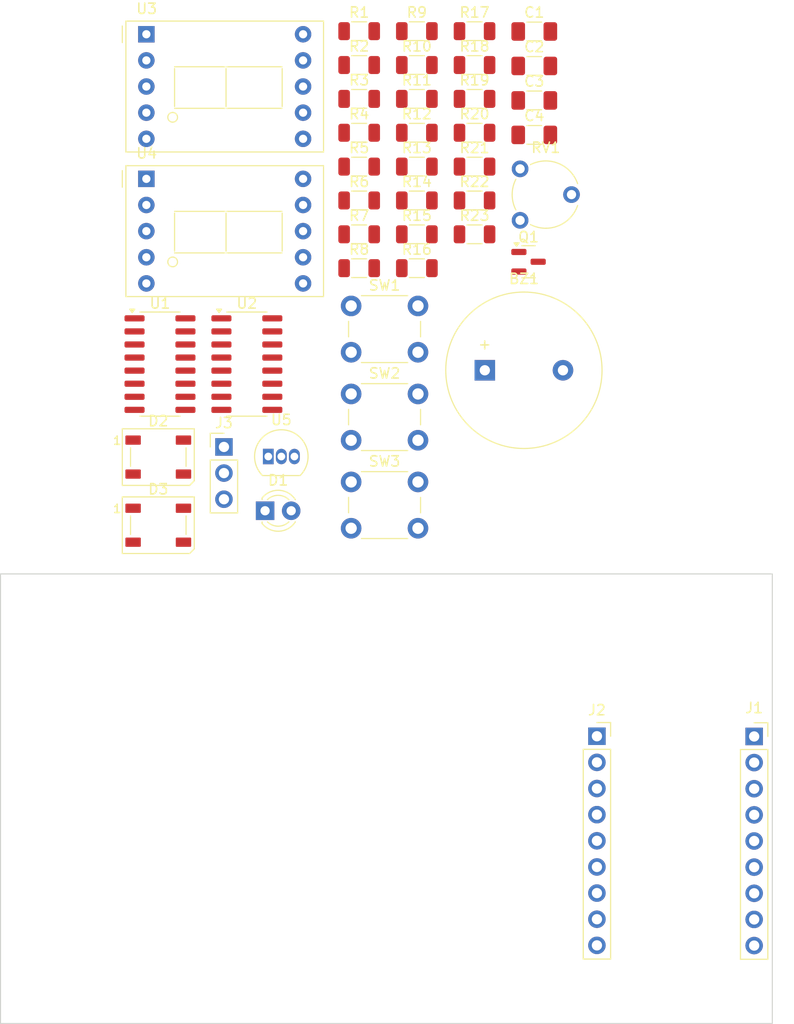
<source format=kicad_pcb>
(kicad_pcb (version 20240108) (generator "pcbnew") (generator_version "8.0")
  (layers (0 "F.Cu" signal) (31 "B.Cu" signal) (34 "B.Paste" user) (35 "F.Paste" user) (36 "B.SilkS" user "B.Silkscreen") (37 "F.SilkS" user "F.Silkscreen") (38 "B.Mask" user) (39 "F.Mask" user) (44 "Edge.Cuts" user))
  (net 0 "")
  (net 1 "Net-(U1-QC)")
  (net 2 "Net-(U3-C)")
  (net 3 "Net-(U2-QF)")
  (net 4 "Net-(U4-F)")
  (net 5 "Net-(U2-QE)")
  (net 6 "Net-(U4-E)")
  (net 7 "Net-(U2-QD)")
  (net 8 "Net-(U4-D)")
  (net 9 "Net-(U2-QC)")
  (net 10 "Net-(U4-C)")
  (net 11 "Net-(U2-QB)")
  (net 12 "Net-(U4-B)")
  (net 13 "Net-(U2-QA)")
  (net 14 "Net-(U4-A)")
  (net 15 "Net-(U1-QH)")
  (net 16 "Net-(U3-DP)")
  (net 17 "Net-(U1-QG)")
  (net 18 "Net-(U3-G)")
  (net 19 "Net-(U1-QF)")
  (net 20 "Net-(U3-F)")
  (net 21 "Net-(U1-QE)")
  (net 22 "Net-(U3-E)")
  (net 23 "Net-(U1-QD)")
  (net 24 "Net-(U3-D)")
  (net 25 "Net-(U1-QB)")
  (net 26 "Net-(U3-B)")
  (net 27 "Net-(U1-QA)")
  (net 28 "Net-(U3-A)")
  (net 29 "/PA4")
  (net 30 "/PF0")
  (net 31 "Net-(D1-A)")
  (net 32 "/PF1")
  (net 33 "/PA0")
  (net 34 "/UART_TX")
  (net 35 "GND")
  (net 36 "Net-(U2-QG)")
  (net 37 "Net-(U4-G)")
  (net 38 "Net-(U2-QH)")
  (net 39 "Net-(U4-DP)")
  (net 40 "Net-(U1-QH')")
  (net 41 "/NRST")
  (net 42 "/PA1")
  (net 43 "+5V")
  (net 45 "/PA6")
  (net 46 "/PB1")
  (net 47 "+3.3V")
  (net 48 "/PA5")
  (net 49 "/PA10")
  (net 50 "/PA7")
  (net 51 "/PA9")
  (net 52 "/UART_RX")
  (net 53 "Net-(BZ1-+)")
  (net 54 "VDD")
  (net 55 "Net-(D2-DOUT)")
  (net 56 "Net-(D3-DOUT)")
  (net 57 "Net-(Q1-B)")
  (footprint "Resistor_SMD:R_1206_3216Metric" (layer "F.Cu") (at 142.74 40.65)
    (property "Reference" "R6" (at 0 -1.82 0) (layer "F.SilkS"))
    (property "Value" "750")
    (fp_line (start -0.727064 -0.91) (end 0.727064 -0.91) (stroke (width 0.12)) (layer "F.SilkS"))
    (fp_line (start -0.727064 0.91) (end 0.727064 0.91) (stroke (width 0.12)) (layer "F.SilkS"))
    (pad "1" smd roundrect (at -1.4625 0) (size 1.125 1.75) (layers "F.Cu" "F.Paste" "F.Mask") (roundrect_rratio 0.222222) (net 17 "Net-(U1-QG)"))
    (pad "2" smd roundrect (at 1.4625 0) (size 1.125 1.75) (layers "F.Cu" "F.Paste" "F.Mask") (roundrect_rratio 0.222222) (net 18 "Net-(U3-G)"))
  )
  (footprint "Resistor_SMD:R_1206_3216Metric" (layer "F.Cu") (at 142.74 30.78)
    (property "Reference" "R3" (at 0 -1.82 0) (layer "F.SilkS"))
    (property "Value" "750")
    (fp_line (start -0.727064 -0.91) (end 0.727064 -0.91) (stroke (width 0.12)) (layer "F.SilkS"))
    (fp_line (start -0.727064 0.91) (end 0.727064 0.91) (stroke (width 0.12)) (layer "F.SilkS"))
    (pad "1" smd roundrect (at -1.4625 0) (size 1.125 1.75) (layers "F.Cu" "F.Paste" "F.Mask") (roundrect_rratio 0.222222) (net 27 "Net-(U1-QA)"))
    (pad "2" smd roundrect (at 1.4625 0) (size 1.125 1.75) (layers "F.Cu" "F.Paste" "F.Mask") (roundrect_rratio 0.222222) (net 28 "Net-(U3-A)"))
  )
  (footprint "Buzzer_Beeper:Buzzer_15x7.5RM7.6" (layer "F.Cu") (at 154.96 57.15)
    (property "Reference" "BZ1" (at 3.81 -8.89 0) (layer "F.SilkS"))
    (property "Value" "Buzzer")
    (fp_circle (center 3.8 0) (end 11.4 0) (stroke (width 0.12)) (fill none) (layer "F.SilkS"))
    (fp_text user "+" (at -0.01 -2.54 0) (layer "F.SilkS"))
    (pad "1" thru_hole rect (at 0 0) (size 2 2) (drill 1) (layers "*.Cu" "*.Mask") (net 54 "VDD"))
    (pad "2" thru_hole circle (at 7.6 0) (size 2 2) (drill 1) (layers "*.Cu" "*.Mask") (net 53 "Net-(BZ1-+)"))
  )
  (footprint "Display_7Segment:D1X8K" (layer "F.Cu") (at 122.045 24.5)
    (property "Reference" "U3" (at 0.03 -2.48 0) (layer "F.SilkS"))
    (property "Value" "D198K")
    (fp_line (start -2.34 -0.8) (end -2.34 0.81) (stroke (width 0.12)) (layer "F.SilkS"))
    (fp_line (start -1.99 -1.28) (end -1.99 11.44) (stroke (width 0.12)) (layer "F.SilkS"))
    (fp_line (start 2.7438 3.3372) (end 2.7438 7.0202) (stroke (width 0.12)) (layer "F.SilkS"))
    (fp_line (start 7.646 3.1594) (end 2.7438 3.1594) (stroke (width 0.12)) (layer "F.SilkS"))
    (fp_line (start 7.646 7.198) (end 2.7438 7.198) (stroke (width 0.12)) (layer "F.SilkS"))
    (fp_line (start 7.7476 3.3372) (end 7.7476 7.0202) (stroke (width 0.12)) (layer "F.SilkS"))
    (fp_line (start 13.1832 3.1594) (end 7.8238 3.1594) (stroke (width 0.12)) (layer "F.SilkS"))
    (fp_line (start 13.1832 7.198) (end 7.8238 7.198) (stroke (width 0.12)) (layer "F.SilkS"))
    (fp_line (start 13.2086 3.3372) (end 13.2086 7.0202) (stroke (width 0.12)) (layer "F.SilkS"))
    (fp_line (start 17.23 -1.28) (end -1.99 -1.28) (stroke (width 0.12)) (layer "F.SilkS"))
    (fp_line (start 17.23 -1.28) (end 17.23 11.44) (stroke (width 0.12)) (layer "F.SilkS"))
    (fp_line (start 17.23 11.44) (end -1.99 11.44) (stroke (width 0.12)) (layer "F.SilkS"))
    (fp_circle (center 2.557533 8.07) (end 2.836933 7.689) (stroke (width 0.12)) (fill none) (layer "F.SilkS"))
    (pad "1" thru_hole rect (at 0 0 270) (size 1.6 1.6) (drill 0.8) (layers "*.Cu" "*.Mask") (net 22 "Net-(U3-E)"))
    (pad "2" thru_hole circle (at 0 2.54 270) (size 1.6 1.6) (drill 0.8) (layers "*.Cu" "*.Mask") (net 24 "Net-(U3-D)"))
    (pad "3" thru_hole circle (at 0 5.08 270) (size 1.6 1.6) (drill 0.8) (layers "*.Cu" "*.Mask") (net 35 "GND"))
    (pad "4" thru_hole circle (at 0 7.62 270) (size 1.6 1.6) (drill 0.8) (layers "*.Cu" "*.Mask") (net 2 "Net-(U3-C)"))
    (pad "5" thru_hole circle (at 0 10.16 270) (size 1.6 1.6) (drill 0.8) (layers "*.Cu" "*.Mask") (net 16 "Net-(U3-DP)"))
    (pad "6" thru_hole circle (at 15.24 10.16 270) (size 1.6 1.6) (drill 0.8) (layers "*.Cu" "*.Mask") (net 26 "Net-(U3-B)"))
    (pad "7" thru_hole circle (at 15.24 7.62 270) (size 1.6 1.6) (drill 0.8) (layers "*.Cu" "*.Mask") (net 28 "Net-(U3-A)"))
    (pad "8" thru_hole circle (at 15.24 5.08 270) (size 1.6 1.6) (drill 0.8) (layers "*.Cu" "*.Mask") (net 35 "GND"))
    (pad "9" thru_hole circle (at 15.24 2.54 270) (size 1.6 1.6) (drill 0.8) (layers "*.Cu" "*.Mask") (net 20 "Net-(U3-F)"))
    (pad "10" thru_hole circle (at 15.24 0 270) (size 1.6 1.6) (drill 0.8) (layers "*.Cu" "*.Mask") (net 18 "Net-(U3-G)"))
  )
  (footprint "Connector_PinSocket_2.54mm:PinSocket_1x09_P2.54mm_Vertical" (layer "F.Cu") (at 181.152 92.73)
    (property "Reference" "J1" (at 0 -2.77 0) (layer "F.SilkS"))
    (property "Value" "Connector")
    (fp_line (start -1.33 1.27) (end -1.33 21.65) (stroke (width 0.12)) (layer "F.SilkS"))
    (fp_line (start -1.33 1.27) (end 1.33 1.27) (stroke (width 0.12)) (layer "F.SilkS"))
    (fp_line (start -1.33 21.65) (end 1.33 21.65) (stroke (width 0.12)) (layer "F.SilkS"))
    (fp_line (start 0 -1.33) (end 1.33 -1.33) (stroke (width 0.12)) (layer "F.SilkS"))
    (fp_line (start 1.33 -1.33) (end 1.33 0) (stroke (width 0.12)) (layer "F.SilkS"))
    (fp_line (start 1.33 1.27) (end 1.33 21.65) (stroke (width 0.12)) (layer "F.SilkS"))
    (pad "1" thru_hole rect (at 0 0) (size 1.7 1.7) (drill 1) (layers "*.Cu" "*.Mask") (net 43 "+5V"))
    (pad "2" thru_hole oval (at 0 2.54) (size 1.7 1.7) (drill 1) (layers "*.Cu" "*.Mask") (net 30 "/PF0"))
    (pad "3" thru_hole oval (at 0 5.08) (size 1.7 1.7) (drill 1) (layers "*.Cu" "*.Mask") (net 32 "/PF1"))
    (pad "4" thru_hole oval (at 0 7.62) (size 1.7 1.7) (drill 1) (layers "*.Cu" "*.Mask") (net 41 "/NRST"))
    (pad "5" thru_hole oval (at 0 10.16) (size 1.7 1.7) (drill 1) (layers "*.Cu" "*.Mask") (net 33 "/PA0"))
    (pad "6" thru_hole oval (at 0 12.7) (size 1.7 1.7) (drill 1) (layers "*.Cu" "*.Mask") (net 42 "/PA1"))
    (pad "7" thru_hole oval (at 0 15.24) (size 1.7 1.7) (drill 1) (layers "*.Cu" "*.Mask") (net 34 "/UART_TX"))
    (pad "8" thru_hole oval (at 0 17.78) (size 1.7 1.7) (drill 1) (layers "*.Cu" "*.Mask") (net 29 "/PA4"))
    (pad "9" thru_hole oval (at 0 20.32) (size 1.7 1.7) (drill 1) (layers "*.Cu" "*.Mask") (net 35 "GND"))
  )
  (footprint "Package_TO_SOT_THT:TO-92_Inline" (layer "F.Cu") (at 133.9 65.53)
    (property "Reference" "U5" (at 1.27 -3.56 0) (layer "F.SilkS"))
    (property "Value" "DS18B20")
    (fp_line (start -0.53 1.85) (end 3.07 1.85) (stroke (width 0.12)) (layer "F.SilkS"))
    (fp_arc (start -0.568478 1.838478) (mid -1.132087 -0.994977) (end 1.27 -2.6) (stroke (width 0.12)) (layer "F.SilkS"))
    (fp_arc (start 1.27 -2.6) (mid 3.672087 -0.994977) (end 3.108478 1.838478) (stroke (width 0.12)) (layer "F.SilkS"))
    (pad "1" thru_hole rect (at 0 0) (size 1.05 1.5) (drill 0.75) (layers "*.Cu" "*.Mask") (net 35 "GND"))
    (pad "2" thru_hole oval (at 1.27 0) (size 1.05 1.5) (drill 0.75) (layers "*.Cu" "*.Mask") (net 32 "/PF1"))
    (pad "3" thru_hole oval (at 2.54 0) (size 1.05 1.5) (drill 0.75) (layers "*.Cu" "*.Mask") (net 47 "+3.3V"))
  )
  (footprint "Capacitor_SMD:C_1206_3216Metric_Pad1.33x1.80mm_HandSolder" (layer "F.Cu") (at 159.77 27.58)
    (property "Reference" "C2" (at 0 -1.85 0) (layer "F.SilkS"))
    (property "Value" "100n")
    (fp_line (start -0.711252 -0.91) (end 0.711252 -0.91) (stroke (width 0.12)) (layer "F.SilkS"))
    (fp_line (start -0.711252 0.91) (end 0.711252 0.91) (stroke (width 0.12)) (layer "F.SilkS"))
    (pad "1" smd roundrect (at -1.5625 0) (size 1.325 1.8) (layers "F.Cu" "F.Paste" "F.Mask") (roundrect_rratio 0.188679) (net 47 "+3.3V"))
    (pad "2" smd roundrect (at 1.5625 0) (size 1.325 1.8) (layers "F.Cu" "F.Paste" "F.Mask") (roundrect_rratio 0.188679) (net 35 "GND"))
  )
  (footprint "Package_TO_SOT_SMD:SOT-23" (layer "F.Cu") (at 159.21 46.605)
    (property "Reference" "Q1" (at 0 -2.4 0) (layer "F.SilkS"))
    (property "Value" "MMBT3904")
    (fp_line (start 0 -1.56) (end -0.65 -1.56) (stroke (width 0.12)) (layer "F.SilkS"))
    (fp_line (start 0 -1.56) (end 0.65 -1.56) (stroke (width 0.12)) (layer "F.SilkS"))
    (fp_line (start 0 1.56) (end -0.65 1.56) (stroke (width 0.12)) (layer "F.SilkS"))
    (fp_line (start 0 1.56) (end 0.65 1.56) (stroke (width 0.12)) (layer "F.SilkS"))
    (fp_poly (pts (xy -1.1625 -1.51) (xy -1.4025 -1.84) (xy -0.9225 -1.84) (xy -1.1625 -1.51)) (stroke (width 0.12)) (fill solid) (layer "F.SilkS"))
    (pad "1" smd roundrect (at -0.9375 -0.95) (size 1.475 0.6) (layers "F.Cu" "F.Paste" "F.Mask") (net 57 "Net-(Q1-B)"))
    (pad "2" smd roundrect (at -0.9375 0.95) (size 1.475 0.6) (layers "F.Cu" "F.Paste" "F.Mask") (net 35 "GND"))
    (pad "3" smd roundrect (at 0.9375 0) (size 1.475 0.6) (layers "F.Cu" "F.Paste" "F.Mask") (net 53 "Net-(BZ1-+)"))
  )
  (footprint "Resistor_SMD:R_1206_3216Metric" (layer "F.Cu") (at 153.96 37.36)
    (property "Reference" "R21" (at 0 -1.82 0) (layer "F.SilkS"))
    (property "Value" "1k")
    (fp_line (start -0.727064 -0.91) (end 0.727064 -0.91) (stroke (width 0.12)) (layer "F.SilkS"))
    (fp_line (start -0.727064 0.91) (end 0.727064 0.91) (stroke (width 0.12)) (layer "F.SilkS"))
    (pad "1" smd roundrect (at -1.4625 0) (size 1.125 1.75) (layers "F.Cu" "F.Paste" "F.Mask") (roundrect_rratio 0.222222) (net 57 "Net-(Q1-B)"))
    (pad "2" smd roundrect (at 1.4625 0) (size 1.125 1.75) (layers "F.Cu" "F.Paste" "F.Mask") (roundrect_rratio 0.222222) (net 45 "/PA6"))
  )
  (footprint "Resistor_SMD:R_1206_3216Metric" (layer "F.Cu") (at 148.35 24.2)
    (property "Reference" "R9" (at 0 -1.82 0) (layer "F.SilkS"))
    (property "Value" "750")
    (fp_line (start -0.727064 -0.91) (end 0.727064 -0.91) (stroke (width 0.12)) (layer "F.SilkS"))
    (fp_line (start -0.727064 0.91) (end 0.727064 0.91) (stroke (width 0.12)) (layer "F.SilkS"))
    (pad "1" smd roundrect (at -1.4625 0) (size 1.125 1.75) (layers "F.Cu" "F.Paste" "F.Mask") (roundrect_rratio 0.222222) (net 5 "Net-(U2-QE)"))
    (pad "2" smd roundrect (at 1.4625 0) (size 1.125 1.75) (layers "F.Cu" "F.Paste" "F.Mask") (roundrect_rratio 0.222222) (net 6 "Net-(U4-E)"))
  )
  (footprint "Connector_PinHeader_2.54mm:PinHeader_1x03_P2.54mm_Vertical" (layer "F.Cu") (at 129.59 64.6)
    (property "Reference" "J3" (at 0 -2.33 0) (layer "F.SilkS"))
    (property "Value" "Ext. LEDs")
    (fp_line (start -1.33 -1.33) (end 0 -1.33) (stroke (width 0.12)) (layer "F.SilkS"))
    (fp_line (start -1.33 0) (end -1.33 -1.33) (stroke (width 0.12)) (layer "F.SilkS"))
    (fp_line (start -1.33 1.27) (end -1.33 6.41) (stroke (width 0.12)) (layer "F.SilkS"))
    (fp_line (start -1.33 1.27) (end 1.33 1.27) (stroke (width 0.12)) (layer "F.SilkS"))
    (fp_line (start -1.33 6.41) (end 1.33 6.41) (stroke (width 0.12)) (layer "F.SilkS"))
    (fp_line (start 1.33 1.27) (end 1.33 6.41) (stroke (width 0.12)) (layer "F.SilkS"))
    (pad "1" thru_hole rect (at 0 0) (size 1.7 1.7) (drill 1) (layers "*.Cu" "*.Mask") (net 43 "+5V"))
    (pad "2" thru_hole oval (at 0 2.54) (size 1.7 1.7) (drill 1) (layers "*.Cu" "*.Mask") (net 56 "Net-(D3-DOUT)"))
    (pad "3" thru_hole oval (at 0 5.08) (size 1.7 1.7) (drill 1) (layers "*.Cu" "*.Mask") (net 35 "GND"))
  )
  (footprint "Resistor_SMD:R_1206_3216Metric" (layer "F.Cu") (at 142.74 37.36)
    (property "Reference" "R5" (at 0 -1.82 0) (layer "F.SilkS"))
    (property "Value" "750")
    (fp_line (start -0.727064 -0.91) (end 0.727064 -0.91) (stroke (width 0.12)) (layer "F.SilkS"))
    (fp_line (start -0.727064 0.91) (end 0.727064 0.91) (stroke (width 0.12)) (layer "F.SilkS"))
    (pad "1" smd roundrect (at -1.4625 0) (size 1.125 1.75) (layers "F.Cu" "F.Paste" "F.Mask") (roundrect_rratio 0.222222) (net 21 "Net-(U1-QE)"))
    (pad "2" smd roundrect (at 1.4625 0) (size 1.125 1.75) (layers "F.Cu" "F.Paste" "F.Mask") (roundrect_rratio 0.222222) (net 22 "Net-(U3-E)"))
  )
  (footprint "Button_Switch_THT:SW_PUSH_6mm" (layer "F.Cu") (at 141.96 59.45)
    (property "Reference" "SW2" (at 3.25 -2 0) (layer "F.SilkS"))
    (property "Value" "SW_Push")
    (fp_line (start -0.25 1.5) (end -0.25 3) (stroke (width 0.12)) (layer "F.SilkS"))
    (fp_line (start 1 5.5) (end 5.5 5.5) (stroke (width 0.12)) (layer "F.SilkS"))
    (fp_line (start 5.5 -1) (end 1 -1) (stroke (width 0.12)) (layer "F.SilkS"))
    (fp_line (start 6.75 3) (end 6.75 1.5) (stroke (width 0.12)) (layer "F.SilkS"))
    (pad "1" thru_hole circle (at 0 0 90) (size 2 2) (drill 1.1) (layers "*.Cu" "*.Mask") (net 51 "/PA9"))
    (pad "1" thru_hole circle (at 6.5 0 90) (size 2 2) (drill 1.1) (layers "*.Cu" "*.Mask") (net 51 "/PA9"))
    (pad "2" thru_hole circle (at 0 4.5 90) (size 2 2) (drill 1.1) (layers "*.Cu" "*.Mask") (net 35 "GND"))
    (pad "2" thru_hole circle (at 6.5 4.5 90) (size 2 2) (drill 1.1) (layers "*.Cu" "*.Mask") (net 35 "GND"))
  )
  (footprint "LED_SMD:LED_WS2812B_PLCC4_5.0x5.0mm_P3.2mm" (layer "F.Cu") (at 123.205 65.585)
    (property "Reference" "D2" (at 0 -3.5 0) (layer "F.SilkS"))
    (property "Value" "WS2812B")
    (fp_line (start -3.5 -2.75) (end -3.5 2.75) (stroke (width 0.12)) (layer "F.SilkS"))
    (fp_line (start -3.5 -2.75) (end 3.5 -2.75) (stroke (width 0.12)) (layer "F.SilkS"))
    (fp_line (start -3.5 2.75) (end 3.05 2.75) (stroke (width 0.12)) (layer "F.SilkS"))
    (fp_line (start -2.7 0.9) (end -2.7 -0.9) (stroke (width 0.12)) (layer "F.SilkS"))
    (fp_line (start 2.7 0.9) (end 2.7 -0.9) (stroke (width 0.12)) (layer "F.SilkS"))
    (fp_line (start 3.05 2.75) (end 3.5 2.3) (stroke (width 0.12)) (layer "F.SilkS"))
    (fp_line (start 3.5 2.3) (end 3.5 -2.75) (stroke (width 0.12)) (layer "F.SilkS"))
    (fp_text user "1" (at -4 -1.6 0) (layer "F.SilkS") (effects (font (size 0.8 0.8))))
    (pad "1" smd roundrect (at -2.45 -1.65) (size 1.5 0.9) (layers "F.Cu" "F.Paste" "F.Mask") (roundrect_rratio 0.1) (net 43 "+5V"))
    (pad "2" smd roundrect (at -2.45 1.65) (size 1.5 0.9) (layers "F.Cu" "F.Paste" "F.Mask") (roundrect_rratio 0.1) (net 55 "Net-(D2-DOUT)"))
    (pad "3" smd roundrect (at 2.45 1.65) (size 1.5 0.9) (layers "F.Cu" "F.Paste" "F.Mask") (roundrect_rratio 0.1) (net 35 "GND"))
    (pad "4" smd roundrect (at 2.45 -1.65) (size 1.5 0.9) (layers "F.Cu" "F.Paste" "F.Mask") (roundrect_rratio 0.1) (net 46 "/PB1"))
  )
  (footprint "LED_SMD:LED_WS2812B_PLCC4_5.0x5.0mm_P3.2mm" (layer "F.Cu") (at 123.205 72.205)
    (property "Reference" "D3" (at 0 -3.5 0) (layer "F.SilkS"))
    (property "Value" "WS2812B")
    (fp_line (start -3.5 -2.75) (end -3.5 2.75) (stroke (width 0.12)) (layer "F.SilkS"))
    (fp_line (start -3.5 -2.75) (end 3.5 -2.75) (stroke (width 0.12)) (layer "F.SilkS"))
    (fp_line (start -3.5 2.75) (end 3.05 2.75) (stroke (width 0.12)) (layer "F.SilkS"))
    (fp_line (start -2.7 0.9) (end -2.7 -0.9) (stroke (width 0.12)) (layer "F.SilkS"))
    (fp_line (start 2.7 0.9) (end 2.7 -0.9) (stroke (width 0.12)) (layer "F.SilkS"))
    (fp_line (start 3.05 2.75) (end 3.5 2.3) (stroke (width 0.12)) (layer "F.SilkS"))
    (fp_line (start 3.5 2.3) (end 3.5 -2.75) (stroke (width 0.12)) (layer "F.SilkS"))
    (fp_text user "1" (at -4 -1.6 0) (layer "F.SilkS") (effects (font (size 0.8 0.8))))
    (pad "1" smd roundrect (at -2.45 -1.65) (size 1.5 0.9) (layers "F.Cu" "F.Paste" "F.Mask") (roundrect_rratio 0.1) (net 43 "+5V"))
    (pad "2" smd roundrect (at -2.45 1.65) (size 1.5 0.9) (layers "F.Cu" "F.Paste" "F.Mask") (roundrect_rratio 0.1) (net 56 "Net-(D3-DOUT)"))
    (pad "3" smd roundrect (at 2.45 1.65) (size 1.5 0.9) (layers "F.Cu" "F.Paste" "F.Mask") (roundrect_rratio 0.1) (net 35 "GND"))
    (pad "4" smd roundrect (at 2.45 -1.65) (size 1.5 0.9) (layers "F.Cu" "F.Paste" "F.Mask") (roundrect_rratio 0.1) (net 55 "Net-(D2-DOUT)"))
  )
  (footprint "Resistor_SMD:R_1206_3216Metric" (layer "F.Cu") (at 148.35 30.78)
    (property "Reference" "R11" (at 0 -1.82 0) (layer "F.SilkS"))
    (property "Value" "750")
    (fp_line (start -0.727064 -0.91) (end 0.727064 -0.91) (stroke (width 0.12)) (layer "F.SilkS"))
    (fp_line (start -0.727064 0.91) (end 0.727064 0.91) (stroke (width 0.12)) (layer "F.SilkS"))
    (pad "1" smd roundrect (at -1.4625 0) (size 1.125 1.75) (layers "F.Cu" "F.Paste" "F.Mask") (roundrect_rratio 0.222222) (net 25 "Net-(U1-QB)"))
    (pad "2" smd roundrect (at 1.4625 0) (size 1.125 1.75) (layers "F.Cu" "F.Paste" "F.Mask") (roundrect_rratio 0.222222) (net 26 "Net-(U3-B)"))
  )
  (footprint "Button_Switch_THT:SW_PUSH_6mm" (layer "F.Cu") (at 141.96 68)
    (property "Reference" "SW3" (at 3.25 -2 0) (layer "F.SilkS"))
    (property "Value" "SW_Push")
    (fp_line (start -0.25 1.5) (end -0.25 3) (stroke (width 0.12)) (layer "F.SilkS"))
    (fp_line (start 1 5.5) (end 5.5 5.5) (stroke (width 0.12)) (layer "F.SilkS"))
    (fp_line (start 5.5 -1) (end 1 -1) (stroke (width 0.12)) (layer "F.SilkS"))
    (fp_line (start 6.75 3) (end 6.75 1.5) (stroke (width 0.12)) (layer "F.SilkS"))
    (pad "1" thru_hole circle (at 0 0 90) (size 2 2) (drill 1.1) (layers "*.Cu" "*.Mask") (net 30 "/PF0"))
    (pad "1" thru_hole circle (at 6.5 0 90) (size 2 2) (drill 1.1) (layers "*.Cu" "*.Mask") (net 30 "/PF0"))
    (pad "2" thru_hole circle (at 0 4.5 90) (size 2 2) (drill 1.1) (layers "*.Cu" "*.Mask") (net 35 "GND"))
    (pad "2" thru_hole circle (at 6.5 4.5 90) (size 2 2) (drill 1.1) (layers "*.Cu" "*.Mask") (net 35 "GND"))
  )
  (footprint "Display_7Segment:D1X8K" (layer "F.Cu") (at 122.045 38.55)
    (property "Reference" "U4" (at 0.03 -2.48 0) (layer "F.SilkS"))
    (property "Value" "D198K")
    (fp_line (start -2.34 -0.8) (end -2.34 0.81) (stroke (width 0.12)) (layer "F.SilkS"))
    (fp_line (start -1.99 -1.28) (end -1.99 11.44) (stroke (width 0.12)) (layer "F.SilkS"))
    (fp_line (start 2.7438 3.3372) (end 2.7438 7.0202) (stroke (width 0.12)) (layer "F.SilkS"))
    (fp_line (start 7.646 3.1594) (end 2.7438 3.1594) (stroke (width 0.12)) (layer "F.SilkS"))
    (fp_line (start 7.646 7.198) (end 2.7438 7.198) (stroke (width 0.12)) (layer "F.SilkS"))
    (fp_line (start 7.7476 3.3372) (end 7.7476 7.0202) (stroke (width 0.12)) (layer "F.SilkS"))
    (fp_line (start 13.1832 3.1594) (end 7.8238 3.1594) (stroke (width 0.12)) (layer "F.SilkS"))
    (fp_line (start 13.1832 7.198) (end 7.8238 7.198) (stroke (width 0.12)) (layer "F.SilkS"))
    (fp_line (start 13.2086 3.3372) (end 13.2086 7.0202) (stroke (width 0.12)) (layer "F.SilkS"))
    (fp_line (start 17.23 -1.28) (end -1.99 -1.28) (stroke (width 0.12)) (layer "F.SilkS"))
    (fp_line (start 17.23 -1.28) (end 17.23 11.44) (stroke (width 0.12)) (layer "F.SilkS"))
    (fp_line (start 17.23 11.44) (end -1.99 11.44) (stroke (width 0.12)) (layer "F.SilkS"))
    (fp_circle (center 2.557533 8.07) (end 2.836933 7.689) (stroke (width 0.12)) (fill none) (layer "F.SilkS"))
    (pad "1" thru_hole rect (at 0 0 270) (size 1.6 1.6) (drill 0.8) (layers "*.Cu" "*.Mask") (net 6 "Net-(U4-E)"))
    (pad "2" thru_hole circle (at 0 2.54 270) (size 1.6 1.6) (drill 0.8) (layers "*.Cu" "*.Mask") (net 8 "Net-(U4-D)"))
    (pad "3" thru_hole circle (at 0 5.08 270) (size 1.6 1.6) (drill 0.8) (layers "*.Cu" "*.Mask") (net 35 "GND"))
    (pad "4" thru_hole circle (at 0 7.62 270) (size 1.6 1.6) (drill 0.8) (layers "*.Cu" "*.Mask") (net 10 "Net-(U4-C)"))
    (pad "5" thru_hole circle (at 0 10.16 270) (size 1.6 1.6) (drill 0.8) (layers "*.Cu" "*.Mask") (net 39 "Net-(U4-DP)"))
    (pad "6" thru_hole circle (at 15.24 10.16 270) (size 1.6 1.6) (drill 0.8) (layers "*.Cu" "*.Mask") (net 12 "Net-(U4-B)"))
    (pad "7" thru_hole circle (at 15.24 7.62 270) (size 1.6 1.6) (drill 0.8) (layers "*.Cu" "*.Mask") (net 14 "Net-(U4-A)"))
    (pad "8" thru_hole circle (at 15.24 5.08 270) (size 1.6 1.6) (drill 0.8) (layers "*.Cu" "*.Mask") (net 35 "GND"))
    (pad "9" thru_hole circle (at 15.24 2.54 270) (size 1.6 1.6) (drill 0.8) (layers "*.Cu" "*.Mask") (net 4 "Net-(U4-F)"))
    (pad "10" thru_hole circle (at 15.24 0 270) (size 1.6 1.6) (drill 0.8) (layers "*.Cu" "*.Mask") (net 37 "Net-(U4-G)"))
  )
  (footprint "Resistor_SMD:R_1206_3216Metric" (layer "F.Cu") (at 153.96 30.78)
    (property "Reference" "R19" (at 0 -1.82 0) (layer "F.SilkS"))
    (property "Value" "10k")
    (fp_line (start -0.727064 -0.91) (end 0.727064 -0.91) (stroke (width 0.12)) (layer "F.SilkS"))
    (fp_line (start -0.727064 0.91) (end 0.727064 0.91) (stroke (width 0.12)) (layer "F.SilkS"))
    (pad "1" smd roundrect (at -1.4625 0) (size 1.125 1.75) (layers "F.Cu" "F.Paste" "F.Mask") (roundrect_rratio 0.222222) (net 47 "+3.3V"))
    (pad "2" smd roundrect (at 1.4625 0) (size 1.125 1.75) (layers "F.Cu" "F.Paste" "F.Mask") (roundrect_rratio 0.222222) (net 30 "/PF0"))
  )
  (footprint "Capacitor_SMD:C_1206_3216Metric_Pad1.33x1.80mm_HandSolder" (layer "F.Cu") (at 159.77 30.93)
    (property "Reference" "C3" (at 0 -1.85 0) (layer "F.SilkS"))
    (property "Value" "100n")
    (fp_line (start -0.711252 -0.91) (end 0.711252 -0.91) (stroke (width 0.12)) (layer "F.SilkS"))
    (fp_line (start -0.711252 0.91) (end 0.711252 0.91) (stroke (width 0.12)) (layer "F.SilkS"))
    (pad "1" smd roundrect (at -1.5625 0) (size 1.325 1.8) (layers "F.Cu" "F.Paste" "F.Mask") (roundrect_rratio 0.188679) (net 43 "+5V"))
    (pad "2" smd roundrect (at 1.5625 0) (size 1.325 1.8) (layers "F.Cu" "F.Paste" "F.Mask") (roundrect_rratio 0.188679) (net 35 "GND"))
  )
  (footprint "Package_SO:SOIC-16_3.9x9.9mm_P1.27mm" (layer "F.Cu") (at 131.82 56.55)
    (property "Reference" "U2" (at 0 -5.9 0) (layer "F.SilkS"))
    (property "Value" "74HC595")
    (fp_line (start 0 -5.06) (end -1.95 -5.06) (stroke (width 0.12)) (layer "F.SilkS"))
    (fp_line (start 0 -5.06) (end 1.95 -5.06) (stroke (width 0.12)) (layer "F.SilkS"))
    (fp_line (start 0 5.06) (end -1.95 5.06) (stroke (width 0.12)) (layer "F.SilkS"))
    (fp_line (start 0 5.06) (end 1.95 5.06) (stroke (width 0.12)) (layer "F.SilkS"))
    (fp_poly (pts (xy -2.7 -5.005) (xy -2.94 -5.335) (xy -2.46 -5.335) (xy -2.7 -5.005)) (stroke (width 0.12)) (fill solid) (layer "F.SilkS"))
    (pad "1" smd roundrect (at -2.475 -4.445) (size 1.95 0.6) (layers "F.Cu" "F.Paste" "F.Mask") (net 11 "Net-(U2-QB)"))
    (pad "2" smd roundrect (at -2.475 -3.175) (size 1.95 0.6) (layers "F.Cu" "F.Paste" "F.Mask") (net 9 "Net-(U2-QC)"))
    (pad "3" smd roundrect (at -2.475 -1.905) (size 1.95 0.6) (layers "F.Cu" "F.Paste" "F.Mask") (net 7 "Net-(U2-QD)"))
    (pad "4" smd roundrect (at -2.475 -0.635) (size 1.95 0.6) (layers "F.Cu" "F.Paste" "F.Mask") (net 5 "Net-(U2-QE)"))
    (pad "5" smd roundrect (at -2.475 0.635) (size 1.95 0.6) (layers "F.Cu" "F.Paste" "F.Mask") (net 3 "Net-(U2-QF)"))
    (pad "6" smd roundrect (at -2.475 1.905) (size 1.95 0.6) (layers "F.Cu" "F.Paste" "F.Mask") (net 36 "Net-(U2-QG)"))
    (pad "7" smd roundrect (at -2.475 3.175) (size 1.95 0.6) (layers "F.Cu" "F.Paste" "F.Mask") (net 38 "Net-(U2-QH)"))
    (pad "8" smd roundrect (at -2.475 4.445) (size 1.95 0.6) (layers "F.Cu" "F.Paste" "F.Mask") (net 35 "GND"))
    (pad "9" smd roundrect (at 2.475 4.445) (size 1.95 0.6) (layers "F.Cu" "F.Paste" "F.Mask"))
    (pad "10" smd roundrect (at 2.475 3.175) (size 1.95 0.6) (layers "F.Cu" "F.Paste" "F.Mask") (net 47 "+3.3V"))
    (pad "11" smd roundrect (at 2.475 1.905) (size 1.95 0.6) (layers "F.Cu" "F.Paste" "F.Mask") (net 48 "/PA5"))
    (pad "12" smd roundrect (at 2.475 0.635) (size 1.95 0.6) (layers "F.Cu" "F.Paste" "F.Mask") (net 29 "/PA4"))
    (pad "13" smd roundrect (at 2.475 -0.635) (size 1.95 0.6) (layers "F.Cu" "F.Paste" "F.Mask") (net 35 "GND"))
    (pad "14" smd roundrect (at 2.475 -1.905) (size 1.95 0.6) (layers "F.Cu" "F.Paste" "F.Mask") (net 40 "Net-(U1-QH')"))
    (pad "15" smd roundrect (at 2.475 -3.175) (size 1.95 0.6) (layers "F.Cu" "F.Paste" "F.Mask") (net 13 "Net-(U2-QA)"))
    (pad "16" smd roundrect (at 2.475 -4.445) (size 1.95 0.6) (layers "F.Cu" "F.Paste" "F.Mask") (net 47 "+3.3V"))
  )
  (footprint "Package_SO:SOIC-16_3.9x9.9mm_P1.27mm" (layer "F.Cu") (at 123.37 56.55)
    (property "Reference" "U1" (at 0 -5.9 0) (layer "F.SilkS"))
    (property "Value" "74HC595")
    (fp_line (start 0 -5.06) (end -1.95 -5.06) (stroke (width 0.12)) (layer "F.SilkS"))
    (fp_line (start 0 -5.06) (end 1.95 -5.06) (stroke (width 0.12)) (layer "F.SilkS"))
    (fp_line (start 0 5.06) (end -1.95 5.06) (stroke (width 0.12)) (layer "F.SilkS"))
    (fp_line (start 0 5.06) (end 1.95 5.06) (stroke (width 0.12)) (layer "F.SilkS"))
    (fp_poly (pts (xy -2.7 -5.005) (xy -2.94 -5.335) (xy -2.46 -5.335) (xy -2.7 -5.005)) (stroke (width 0.12)) (fill solid) (layer "F.SilkS"))
    (pad "1" smd roundrect (at -2.475 -4.445) (size 1.95 0.6) (layers "F.Cu" "F.Paste" "F.Mask") (net 25 "Net-(U1-QB)"))
    (pad "2" smd roundrect (at -2.475 -3.175) (size 1.95 0.6) (layers "F.Cu" "F.Paste" "F.Mask") (net 1 "Net-(U1-QC)"))
    (pad "3" smd roundrect (at -2.475 -1.905) (size 1.95 0.6) (layers "F.Cu" "F.Paste" "F.Mask") (net 23 "Net-(U1-QD)"))
    (pad "4" smd roundrect (at -2.475 -0.635) (size 1.95 0.6) (layers "F.Cu" "F.Paste" "F.Mask") (net 21 "Net-(U1-QE)"))
    (pad "5" smd roundrect (at -2.475 0.635) (size 1.95 0.6) (layers "F.Cu" "F.Paste" "F.Mask") (net 19 "Net-(U1-QF)"))
    (pad "6" smd roundrect (at -2.475 1.905) (size 1.95 0.6) (layers "F.Cu" "F.Paste" "F.Mask") (net 17 "Net-(U1-QG)"))
    (pad "7" smd roundrect (at -2.475 3.175) (size 1.95 0.6) (layers "F.Cu" "F.Paste" "F.Mask") (net 15 "Net-(U1-QH)"))
    (pad "8" smd roundrect (at -2.475 4.445) (size 1.95 0.6) (layers "F.Cu" "F.Paste" "F.Mask") (net 35 "GND"))
    (pad "9" smd roundrect (at 2.475 4.445) (size 1.95 0.6) (layers "F.Cu" "F.Paste" "F.Mask") (net 40 "Net-(U1-QH')"))
    (pad "10" smd roundrect (at 2.475 3.175) (size 1.95 0.6) (layers "F.Cu" "F.Paste" "F.Mask") (net 47 "+3.3V"))
    (pad "11" smd roundrect (at 2.475 1.905) (size 1.95 0.6) (layers "F.Cu" "F.Paste" "F.Mask") (net 48 "/PA5"))
    (pad "12" smd roundrect (at 2.475 0.635) (size 1.95 0.6) (layers "F.Cu" "F.Paste" "F.Mask") (net 29 "/PA4"))
    (pad "13" smd roundrect (at 2.475 -0.635) (size 1.95 0.6) (layers "F.Cu" "F.Paste" "F.Mask") (net 35 "GND"))
    (pad "14" smd roundrect (at 2.475 -1.905) (size 1.95 0.6) (layers "F.Cu" "F.Paste" "F.Mask") (net 50 "/PA7"))
    (pad "15" smd roundrect (at 2.475 -3.175) (size 1.95 0.6) (layers "F.Cu" "F.Paste" "F.Mask") (net 27 "Net-(U1-QA)"))
    (pad "16" smd roundrect (at 2.475 -4.445) (size 1.95 0.6) (layers "F.Cu" "F.Paste" "F.Mask") (net 47 "+3.3V"))
  )
  (footprint "Connector_PinSocket_2.54mm:PinSocket_1x09_P2.54mm_Vertical" (layer "F.Cu") (at 165.862 92.71)
    (property "Reference" "J2" (at 0 -2.54 0) (layer "F.SilkS"))
    (property "Value" "Connector")
    (fp_line (start -1.33 1.27) (end -1.33 21.65) (stroke (width 0.12)) (layer "F.SilkS"))
    (fp_line (start -1.33 1.27) (end 1.33 1.27) (stroke (width 0.12)) (layer "F.SilkS"))
    (fp_line (start -1.33 21.65) (end 1.33 21.65) (stroke (width 0.12)) (layer "F.SilkS"))
    (fp_line (start 0 -1.33) (end 1.33 -1.33) (stroke (width 0.12)) (layer "F.SilkS"))
    (fp_line (start 1.33 -1.33) (end 1.33 0) (stroke (width 0.12)) (layer "F.SilkS"))
    (fp_line (start 1.33 1.27) (end 1.33 21.65) (stroke (width 0.12)) (layer "F.SilkS"))
    (pad "1" thru_hole rect (at 0 0) (size 1.7 1.7) (drill 1) (layers "*.Cu" "*.Mask") (net 47 "+3.3V"))
    (pad "2" thru_hole oval (at 0 2.54) (size 1.7 1.7) (drill 1) (layers "*.Cu" "*.Mask") (net 52 "/UART_RX"))
    (pad "3" thru_hole oval (at 0 5.08) (size 1.7 1.7) (drill 1) (layers "*.Cu" "*.Mask") (net 49 "/PA10"))
    (pad "4" thru_hole oval (at 0 7.62) (size 1.7 1.7) (drill 1) (layers "*.Cu" "*.Mask") (net 51 "/PA9"))
    (pad "5" thru_hole oval (at 0 10.16) (size 1.7 1.7) (drill 1) (layers "*.Cu" "*.Mask") (net 46 "/PB1"))
    (pad "6" thru_hole oval (at 0 12.7) (size 1.7 1.7) (drill 1) (layers "*.Cu" "*.Mask") (net 50 "/PA7"))
    (pad "7" thru_hole oval (at 0 15.24) (size 1.7 1.7) (drill 1) (layers "*.Cu" "*.Mask") (net 45 "/PA6"))
    (pad "8" thru_hole oval (at 0 17.78) (size 1.7 1.7) (drill 1) (layers "*.Cu" "*.Mask") (net 48 "/PA5"))
    (pad "9" thru_hole oval (at 0 20.32) (size 1.7 1.7) (drill 1) (layers "*.Cu" "*.Mask") (net 35 "GND"))
  )
  (footprint "Resistor_SMD:R_1206_3216Metric" (layer "F.Cu") (at 142.74 34.07)
    (property "Reference" "R4" (at 0 -1.82 0) (layer "F.SilkS"))
    (property "Value" "750")
    (fp_line (start -0.727064 -0.91) (end 0.727064 -0.91) (stroke (width 0.12)) (layer "F.SilkS"))
    (fp_line (start -0.727064 0.91) (end 0.727064 0.91) (stroke (width 0.12)) (layer "F.SilkS"))
    (pad "1" smd roundrect (at -1.4625 0) (size 1.125 1.75) (layers "F.Cu" "F.Paste" "F.Mask") (roundrect_rratio 0.222222) (net 1 "Net-(U1-QC)"))
    (pad "2" smd roundrect (at 1.4625 0) (size 1.125 1.75) (layers "F.Cu" "F.Paste" "F.Mask") (roundrect_rratio 0.222222) (net 2 "Net-(U3-C)"))
  )
  (footprint "Capacitor_SMD:C_1206_3216Metric_Pad1.33x1.80mm_HandSolder" (layer "F.Cu") (at 159.77 24.23)
    (property "Reference" "C1" (at 0 -1.85 0) (layer "F.SilkS"))
    (property "Value" "100n")
    (fp_line (start -0.711252 -0.91) (end 0.711252 -0.91) (stroke (width 0.12)) (layer "F.SilkS"))
    (fp_line (start -0.711252 0.91) (end 0.711252 0.91) (stroke (width 0.12)) (layer "F.SilkS"))
    (pad "1" smd roundrect (at -1.5625 0) (size 1.325 1.8) (layers "F.Cu" "F.Paste" "F.Mask") (roundrect_rratio 0.188679) (net 47 "+3.3V"))
    (pad "2" smd roundrect (at 1.5625 0) (size 1.325 1.8) (layers "F.Cu" "F.Paste" "F.Mask") (roundrect_rratio 0.188679) (net 35 "GND"))
  )
  (footprint "Resistor_SMD:R_1206_3216Metric" (layer "F.Cu") (at 153.96 43.94)
    (property "Reference" "R23" (at 0 -1.82 0) (layer "F.SilkS"))
    (property "Value" "4,7k")
    (fp_line (start -0.727064 -0.91) (end 0.727064 -0.91) (stroke (width 0.12)) (layer "F.SilkS"))
    (fp_line (start -0.727064 0.91) (end 0.727064 0.91) (stroke (width 0.12)) (layer "F.SilkS"))
    (pad "1" smd roundrect (at -1.4625 0) (size 1.125 1.75) (layers "F.Cu" "F.Paste" "F.Mask") (roundrect_rratio 0.222222) (net 32 "/PF1"))
    (pad "2" smd roundrect (at 1.4625 0) (size 1.125 1.75) (layers "F.Cu" "F.Paste" "F.Mask") (roundrect_rratio 0.222222) (net 47 "+3.3V"))
  )
  (footprint "Resistor_SMD:R_1206_3216Metric" (layer "F.Cu") (at 148.35 47.23)
    (property "Reference" "R16" (at 0 -1.82 0) (layer "F.SilkS"))
    (property "Value" "750")
    (fp_line (start -0.727064 -0.91) (end 0.727064 -0.91) (stroke (width 0.12)) (layer "F.SilkS"))
    (fp_line (start -0.727064 0.91) (end 0.727064 0.91) (stroke (width 0.12)) (layer "F.SilkS"))
    (pad "1" smd roundrect (at -1.4625 0) (size 1.125 1.75) (layers "F.Cu" "F.Paste" "F.Mask") (roundrect_rratio 0.222222) (net 7 "Net-(U2-QD)"))
    (pad "2" smd roundrect (at 1.4625 0) (size 1.125 1.75) (layers "F.Cu" "F.Paste" "F.Mask") (roundrect_rratio 0.222222) (net 8 "Net-(U4-D)"))
  )
  (footprint "Resistor_SMD:R_1206_3216Metric" (layer "F.Cu") (at 148.35 40.65)
    (property "Reference" "R14" (at 0 -1.82 0) (layer "F.SilkS"))
    (property "Value" "750")
    (fp_line (start -0.727064 -0.91) (end 0.727064 -0.91) (stroke (width 0.12)) (layer "F.SilkS"))
    (fp_line (start -0.727064 0.91) (end 0.727064 0.91) (stroke (width 0.12)) (layer "F.SilkS"))
    (pad "1" smd roundrect (at -1.4625 0) (size 1.125 1.75) (layers "F.Cu" "F.Paste" "F.Mask") (roundrect_rratio 0.222222) (net 15 "Net-(U1-QH)"))
    (pad "2" smd roundrect (at 1.4625 0) (size 1.125 1.75) (layers "F.Cu" "F.Paste" "F.Mask") (roundrect_rratio 0.222222) (net 16 "Net-(U3-DP)"))
  )
  (footprint "Resistor_SMD:R_1206_3216Metric" (layer "F.Cu") (at 142.74 43.94)
    (property "Reference" "R7" (at 0 -1.82 0) (layer "F.SilkS"))
    (property "Value" "750")
    (fp_line (start -0.727064 -0.91) (end 0.727064 -0.91) (stroke (width 0.12)) (layer "F.SilkS"))
    (fp_line (start -0.727064 0.91) (end 0.727064 0.91) (stroke (width 0.12)) (layer "F.SilkS"))
    (pad "1" smd roundrect (at -1.4625 0) (size 1.125 1.75) (layers "F.Cu" "F.Paste" "F.Mask") (roundrect_rratio 0.222222) (net 13 "Net-(U2-QA)"))
    (pad "2" smd roundrect (at 1.4625 0) (size 1.125 1.75) (layers "F.Cu" "F.Paste" "F.Mask") (roundrect_rratio 0.222222) (net 14 "Net-(U4-A)"))
  )
  (footprint "Resistor_SMD:R_1206_3216Metric" (layer "F.Cu") (at 153.96 34.07)
    (property "Reference" "R20" (at 0 -1.82 0) (layer "F.SilkS"))
    (property "Value" "1k")
    (fp_line (start -0.727064 -0.91) (end 0.727064 -0.91) (stroke (width 0.12)) (layer "F.SilkS"))
    (fp_line (start -0.727064 0.91) (end 0.727064 0.91) (stroke (width 0.12)) (layer "F.SilkS"))
    (pad "1" smd roundrect (at -1.4625 0) (size 1.125 1.75) (layers "F.Cu" "F.Paste" "F.Mask") (roundrect_rratio 0.222222) (net 54 "VDD"))
    (pad "2" smd roundrect (at 1.4625 0) (size 1.125 1.75) (layers "F.Cu" "F.Paste" "F.Mask") (roundrect_rratio 0.222222) (net 53 "Net-(BZ1-+)"))
  )
  (footprint "Resistor_SMD:R_1206_3216Metric" (layer "F.Cu") (at 148.35 37.36)
    (property "Reference" "R13" (at 0 -1.82 0) (layer "F.SilkS"))
    (property "Value" "750")
    (fp_line (start -0.727064 -0.91) (end 0.727064 -0.91) (stroke (width 0.12)) (layer "F.SilkS"))
    (fp_line (start -0.727064 0.91) (end 0.727064 0.91) (stroke (width 0.12)) (layer "F.SilkS"))
    (pad "1" smd roundrect (at -1.4625 0) (size 1.125 1.75) (layers "F.Cu" "F.Paste" "F.Mask") (roundrect_rratio 0.222222) (net 19 "Net-(U1-QF)"))
    (pad "2" smd roundrect (at 1.4625 0) (size 1.125 1.75) (layers "F.Cu" "F.Paste" "F.Mask") (roundrect_rratio 0.222222) (net 20 "Net-(U3-F)"))
  )
  (footprint "Resistor_SMD:R_1206_3216Metric" (layer "F.Cu") (at 142.74 24.2)
    (property "Reference" "R1" (at 0 -1.82 0) (layer "F.SilkS"))
    (property "Value" "10k")
    (fp_line (start -0.727064 -0.91) (end 0.727064 -0.91) (stroke (width 0.12)) (layer "F.SilkS"))
    (fp_line (start -0.727064 0.91) (end 0.727064 0.91) (stroke (width 0.12)) (layer "F.SilkS"))
    (pad "1" smd roundrect (at -1.4625 0) (size 1.125 1.75) (layers "F.Cu" "F.Paste" "F.Mask") (roundrect_rratio 0.222222) (net 47 "+3.3V"))
    (pad "2" smd roundrect (at 1.4625 0) (size 1.125 1.75) (layers "F.Cu" "F.Paste" "F.Mask") (roundrect_rratio 0.222222) (net 49 "/PA10"))
  )
  (footprint "Resistor_SMD:R_1206_3216Metric" (layer "F.Cu") (at 148.35 34.07)
    (property "Reference" "R12" (at 0 -1.82 0) (layer "F.SilkS"))
    (property "Value" "750")
    (fp_line (start -0.727064 -0.91) (end 0.727064 -0.91) (stroke (width 0.12)) (layer "F.SilkS"))
    (fp_line (start -0.727064 0.91) (end 0.727064 0.91) (stroke (width 0.12)) (layer "F.SilkS"))
    (pad "1" smd roundrect (at -1.4625 0) (size 1.125 1.75) (layers "F.Cu" "F.Paste" "F.Mask") (roundrect_rratio 0.222222) (net 23 "Net-(U1-QD)"))
    (pad "2" smd roundrect (at 1.4625 0) (size 1.125 1.75) (layers "F.Cu" "F.Paste" "F.Mask") (roundrect_rratio 0.222222) (net 24 "Net-(U3-D)"))
  )
  (footprint "Resistor_SMD:R_1206_3216Metric" (layer "F.Cu") (at 142.74 27.49)
    (property "Reference" "R2" (at 0 -1.82 0) (layer "F.SilkS"))
    (property "Value" "10k")
    (fp_line (start -0.727064 -0.91) (end 0.727064 -0.91) (stroke (width 0.12)) (layer "F.SilkS"))
    (fp_line (start -0.727064 0.91) (end 0.727064 0.91) (stroke (width 0.12)) (layer "F.SilkS"))
    (pad "1" smd roundrect (at -1.4625 0) (size 1.125 1.75) (layers "F.Cu" "F.Paste" "F.Mask") (roundrect_rratio 0.222222) (net 47 "+3.3V"))
    (pad "2" smd roundrect (at 1.4625 0) (size 1.125 1.75) (layers "F.Cu" "F.Paste" "F.Mask") (roundrect_rratio 0.222222) (net 51 "/PA9"))
  )
  (footprint "Resistor_SMD:R_1206_3216Metric" (layer "F.Cu") (at 153.96 27.49)
    (property "Reference" "R18" (at 0 -1.82 0) (layer "F.SilkS"))
    (property "Value" "750")
    (fp_line (start -0.727064 -0.91) (end 0.727064 -0.91) (stroke (width 0.12)) (layer "F.SilkS"))
    (fp_line (start -0.727064 0.91) (end 0.727064 0.91) (stroke (width 0.12)) (layer "F.SilkS"))
    (pad "1" smd roundrect (at -1.4625 0) (size 1.125 1.75) (layers "F.Cu" "F.Paste" "F.Mask") (roundrect_rratio 0.222222) (net 38 "Net-(U2-QH)"))
    (pad "2" smd roundrect (at 1.4625 0) (size 1.125 1.75) (layers "F.Cu" "F.Paste" "F.Mask") (roundrect_rratio 0.222222) (net 39 "Net-(U4-DP)"))
  )
  (footprint "LED_THT:LED_D3.0mm" (layer "F.Cu") (at 133.59 70.8)
    (property "Reference" "D1" (at 1.27 -2.96 0) (layer "F.SilkS"))
    (property "Value" "LED")
    (fp_line (start -0.29 -1.236) (end -0.29 -1.08) (stroke (width 0.12)) (layer "F.SilkS"))
    (fp_line (start -0.29 1.08) (end -0.29 1.236) (stroke (width 0.12)) (layer "F.SilkS"))
    (fp_arc (start -0.29 -1.235516) (mid 1.365624 -1.987701) (end 2.941397 -1.080061) (stroke (width 0.12)) (layer "F.SilkS"))
    (fp_arc (start 0.229039 -1.08) (mid 1.269965 -1.5) (end 2.31091 -1.080049) (stroke (width 0.12)) (layer "F.SilkS"))
    (fp_arc (start 2.31091 1.080049) (mid 1.269965 1.5) (end 0.229039 1.08) (stroke (width 0.12)) (layer "F.SilkS"))
    (fp_arc (start 2.941397 1.080061) (mid 1.365624 1.987701) (end -0.29 1.235516) (stroke (width 0.12)) (layer "F.SilkS"))
    (pad "1" thru_hole rect (at 0 0) (size 1.8 1.8) (drill 0.9) (layers "*.Cu" "*.Mask") (net 35 "GND"))
    (pad "2" thru_hole circle (at 2.54 0) (size 1.8 1.8) (drill 0.9) (layers "*.Cu" "*.Mask") (net 31 "Net-(D1-A)"))
  )
  (footprint "Resistor_SMD:R_1206_3216Metric" (layer "F.Cu") (at 153.96 40.65)
    (property "Reference" "R22" (at 0 -1.82 0) (layer "F.SilkS"))
    (property "Value" "750")
    (fp_line (start -0.727064 -0.91) (end 0.727064 -0.91) (stroke (width 0.12)) (layer "F.SilkS"))
    (fp_line (start -0.727064 0.91) (end 0.727064 0.91) (stroke (width 0.12)) (layer "F.SilkS"))
    (pad "1" smd roundrect (at -1.4625 0) (size 1.125 1.75) (layers "F.Cu" "F.Paste" "F.Mask") (roundrect_rratio 0.222222) (net 42 "/PA1"))
    (pad "2" smd roundrect (at 1.4625 0) (size 1.125 1.75) (layers "F.Cu" "F.Paste" "F.Mask") (roundrect_rratio 0.222222) (net 31 "Net-(D1-A)"))
  )
  (footprint "Resistor_SMD:R_1206_3216Metric" (layer "F.Cu") (at 142.74 47.23)
    (property "Reference" "R8" (at 0 -1.82 0) (layer "F.SilkS"))
    (property "Value" "750")
    (fp_line (start -0.727064 -0.91) (end 0.727064 -0.91) (stroke (width 0.12)) (layer "F.SilkS"))
    (fp_line (start -0.727064 0.91) (end 0.727064 0.91) (stroke (width 0.12)) (layer "F.SilkS"))
    (pad "1" smd roundrect (at -1.4625 0) (size 1.125 1.75) (layers "F.Cu" "F.Paste" "F.Mask") (roundrect_rratio 0.222222) (net 9 "Net-(U2-QC)"))
    (pad "2" smd roundrect (at 1.4625 0) (size 1.125 1.75) (layers "F.Cu" "F.Paste" "F.Mask") (roundrect_rratio 0.222222) (net 10 "Net-(U4-C)"))
  )
  (footprint "Potentiometer_THT:Potentiometer_Piher_PT-6-V_Vertical" (layer "F.Cu") (at 158.39 42.58)
    (property "Reference" "RV1" (at 2.5 -7.06 0) (layer "F.SilkS"))
    (property "Value" "10k")
    (fp_arc (start -0.413387 -1.014798) (mid -0.770114 -2.499325) (end -0.414 -3.984) (stroke (width 0.12)) (layer "F.SilkS"))
    (fp_arc (start 1.016032 -5.413829) (mid 3.725524 -5.531609) (end 5.592 -3.564) (stroke (width 0.12)) (layer "F.SilkS"))
    (fp_arc (start 2.556863 0.770075) (mid 1.764071 0.686696) (end 1.015 0.414) (stroke (width 0.12)) (layer "F.SilkS"))
    (fp_arc (start 5.591846 -1.435392) (mid 4.398899 0.162158) (end 2.5 0.77) (stroke (width 0.12)) (layer "F.SilkS"))
    (pad "1" thru_hole circle (at 0 0) (size 1.62 1.62) (drill 0.9) (layers "*.Cu" "*.Mask") (net 47 "+3.3V"))
    (pad "2" thru_hole circle (at 5 -2.5) (size 1.62 1.62) (drill 0.9) (layers "*.Cu" "*.Mask") (net 33 "/PA0"))
    (pad "3" thru_hole circle (at 0 -5) (size 1.62 1.62) (drill 0.9) (layers "*.Cu" "*.Mask") (net 35 "GND"))
  )
  (footprint "Button_Switch_THT:SW_PUSH_6mm" (layer "F.Cu") (at 141.96 50.9)
    (property "Reference" "SW1" (at 3.25 -2 0) (layer "F.SilkS"))
    (property "Value" "SW_Push")
    (fp_line (start -0.25 1.5) (end -0.25 3) (stroke (width 0.12)) (layer "F.SilkS"))
    (fp_line (start 1 5.5) (end 5.5 5.5) (stroke (width 0.12)) (layer "F.SilkS"))
    (fp_line (start 5.5 -1) (end 1 -1) (stroke (width 0.12)) (layer "F.SilkS"))
    (fp_line (start 6.75 3) (end 6.75 1.5) (stroke (width 0.12)) (layer "F.SilkS"))
    (pad "1" thru_hole circle (at 0 0 90) (size 2 2) (drill 1.1) (layers "*.Cu" "*.Mask") (net 49 "/PA10"))
    (pad "1" thru_hole circle (at 6.5 0 90) (size 2 2) (drill 1.1) (layers "*.Cu" "*.Mask") (net 49 "/PA10"))
    (pad "2" thru_hole circle (at 0 4.5 90) (size 2 2) (drill 1.1) (layers "*.Cu" "*.Mask") (net 35 "GND"))
    (pad "2" thru_hole circle (at 6.5 4.5 90) (size 2 2) (drill 1.1) (layers "*.Cu" "*.Mask") (net 35 "GND"))
  )
  (footprint "Resistor_SMD:R_1206_3216Metric" (layer "F.Cu") (at 148.35 43.94)
    (property "Reference" "R15" (at 0 -1.82 0) (layer "F.SilkS"))
    (property "Value" "750")
    (fp_line (start -0.727064 -0.91) (end 0.727064 -0.91) (stroke (width 0.12)) (layer "F.SilkS"))
    (fp_line (start -0.727064 0.91) (end 0.727064 0.91) (stroke (width 0.12)) (layer "F.SilkS"))
    (pad "1" smd roundrect (at -1.4625 0) (size 1.125 1.75) (layers "F.Cu" "F.Paste" "F.Mask") (roundrect_rratio 0.222222) (net 11 "Net-(U2-QB)"))
    (pad "2" smd roundrect (at 1.4625 0) (size 1.125 1.75) (layers "F.Cu" "F.Paste" "F.Mask") (roundrect_rratio 0.222222) (net 12 "Net-(U4-B)"))
  )
  (footprint "Resistor_SMD:R_1206_3216Metric" (layer "F.Cu") (at 148.35 27.49)
    (property "Reference" "R10" (at 0 -1.82 0) (layer "F.SilkS"))
    (property "Value" "750")
    (fp_line (start -0.727064 -0.91) (end 0.727064 -0.91) (stroke (width 0.12)) (layer "F.SilkS"))
    (fp_line (start -0.727064 0.91) (end 0.727064 0.91) (stroke (width 0.12)) (layer "F.SilkS"))
    (pad "1" smd roundrect (at -1.4625 0) (size 1.125 1.75) (layers "F.Cu" "F.Paste" "F.Mask") (roundrect_rratio 0.222222) (net 36 "Net-(U2-QG)"))
    (pad "2" smd roundrect (at 1.4625 0) (size 1.125 1.75) (layers "F.Cu" "F.Paste" "F.Mask") (roundrect_rratio 0.222222) (net 37 "Net-(U4-G)"))
  )
  (footprint "Resistor_SMD:R_1206_3216Metric" (layer "F.Cu") (at 153.96 24.2)
    (property "Reference" "R17" (at 0 -1.82 0) (layer "F.SilkS"))
    (property "Value" "750")
    (fp_line (start -0.727064 -0.91) (end 0.727064 -0.91) (stroke (width 0.12)) (layer "F.SilkS"))
    (fp_line (start -0.727064 0.91) (end 0.727064 0.91) (stroke (width 0.12)) (layer "F.SilkS"))
    (pad "1" smd roundrect (at -1.4625 0) (size 1.125 1.75) (layers "F.Cu" "F.Paste" "F.Mask") (roundrect_rratio 0.222222) (net 3 "Net-(U2-QF)"))
    (pad "2" smd roundrect (at 1.4625 0) (size 1.125 1.75) (layers "F.Cu" "F.Paste" "F.Mask") (roundrect_rratio 0.222222) (net 4 "Net-(U4-F)"))
  )
  (footprint "Capacitor_SMD:C_1206_3216Metric_Pad1.33x1.80mm_HandSolder" (layer "F.Cu") (at 159.77 34.28)
    (property "Reference" "C4" (at 0 -1.85 0) (layer "F.SilkS"))
    (property "Value" "100n")
    (fp_line (start -0.711252 -0.91) (end 0.711252 -0.91) (stroke (width 0.12)) (layer "F.SilkS"))
    (fp_line (start -0.711252 0.91) (end 0.711252 0.91) (stroke (width 0.12)) (layer "F.SilkS"))
    (pad "1" smd roundrect (at -1.5625 0) (size 1.325 1.8) (layers "F.Cu" "F.Paste" "F.Mask") (roundrect_rratio 0.188679) (net 47 "+3.3V"))
    (pad "2" smd roundrect (at 1.5625 0) (size 1.325 1.8) (layers "F.Cu" "F.Paste" "F.Mask") (roundrect_rratio 0.188679) (net 35 "GND"))
  )
  (gr_rect (start 107.8611 76.9366) (end 182.9181 120.6246) (stroke (width 0.1)) (fill none) (layer "Edge.Cuts"))
)
</source>
